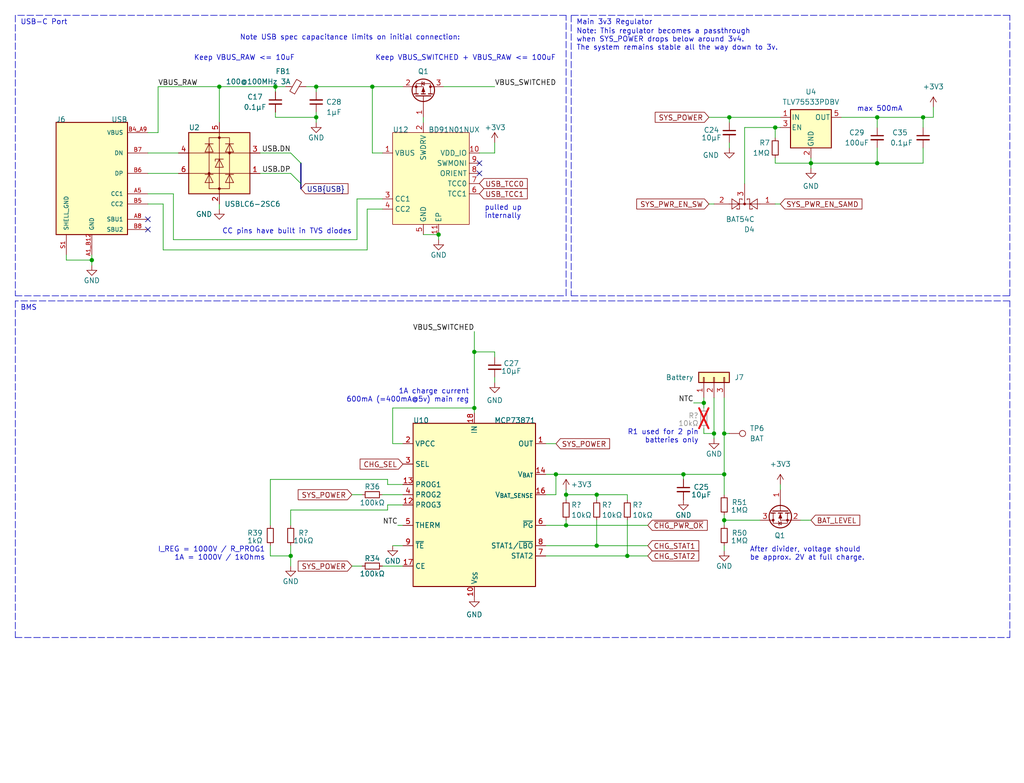
<source format=kicad_sch>
(kicad_sch (version 20230121) (generator eeschema)
  (paper "User" 254.991 194.996)
  (title_block (title "TANGARA") (date "2023-12-21") (rev "4") (company "made by jacqueline") (comment 1 "SPDX-License-Identifier: CERN-OHL-S-2.0"))
  (lib_symbols
    (symbol "Battery_Management:MCP73871"
      (property "Reference" "U" (at -7.62 24.13 0))
      (property "Value" "MCP73871" (at -15.24 21.59 0))
      (symbol "MCP73871_0_1"
        (rectangle (start -15.24 20.32) (end 15.24 -20.32) (stroke (width 0.254)) (fill (type background)))
      )
      (symbol "MCP73871_1_1"
        (pin power_out line (at 17.78 15.24 180) (length 2.54) (name "OUT") (number "1"))
        (pin power_in line (at 0 -22.86 90) (length 2.54) (name "V_{SS}") (number "10"))
        (pin passive line (at 0 -22.86 90) (length 2.54) hide (name "V_{SS}") (number "11"))
        (pin bidirectional line (at -17.78 0 0) (length 2.54) (name "PROG3") (number "12"))
        (pin bidirectional line (at -17.78 5.08 0) (length 2.54) (name "PROG1") (number "13"))
        (pin power_out line (at 17.78 7.62 180) (length 2.54) (name "V_{BAT}") (number "14"))
        (pin passive line (at 17.78 7.62 180) (length 2.54) hide (name "V_{BAT}") (number "15"))
        (pin input line (at 17.78 2.54 180) (length 2.54) (name "V_{BAT_SENSE}") (number "16"))
        (pin input line (at -17.78 -15.24 0) (length 2.54) (name "CE") (number "17"))
        (pin power_in line (at 0 22.86 270) (length 2.54) (name "IN") (number "18"))
        (pin passive line (at 0 22.86 270) (length 2.54) hide (name "IN") (number "19"))
        (pin input line (at -17.78 15.24 0) (length 2.54) (name "VPCC") (number "2"))
        (pin passive line (at 17.78 15.24 180) (length 2.54) hide (name "OUT") (number "20"))
        (pin passive line (at 0 -22.86 90) (length 2.54) hide (name "V_{SS}") (number "21"))
        (pin input line (at -17.78 10.16 0) (length 2.54) (name "SEL") (number "3"))
        (pin input line (at -17.78 2.54 0) (length 2.54) (name "PROG2") (number "4"))
        (pin bidirectional line (at -17.78 -5.08 0) (length 2.54) (name "THERM") (number "5"))
        (pin open_collector line (at 17.78 -5.08 180) (length 2.54) (name "~{PG}") (number "6"))
        (pin open_collector line (at 17.78 -12.7 180) (length 2.54) (name "STAT2") (number "7"))
        (pin open_collector line (at 17.78 -10.16 180) (length 2.54) (name "STAT1/~{LBO}") (number "8"))
        (pin input line (at -17.78 -10.16 0) (length 2.54) (name "~{TE}") (number "9"))
      )
    )
    (symbol "Connector:TestPoint" (pin_numbers hide) (pin_names (offset 0.762) hide)
      (property "Reference" "TP" (at 0 6.858 0))
      (property "Value" "TestPoint" (at 0 5.08 0))
      (symbol "TestPoint_0_1"
        (circle (center 0 3.302) (radius 0.762))
      )
      (symbol "TestPoint_1_1"
        (pin passive line (at 0 0 90) (length 2.54) (name "1") (number "1"))
      )
    )
    (symbol "Connector_Generic:Conn_01x03" (pin_names (offset 1.016) hide)
      (property "Reference" "J" (at 0 5.08 0))
      (property "Value" "Conn_01x03" (at 0 -5.08 0))
      (symbol "Conn_01x03_1_1"
        (rectangle (start -1.27 -2.413) (end 0 -2.667) (stroke (width 0.1524)))
        (rectangle (start -1.27 0.127) (end 0 -0.127) (stroke (width 0.1524)))
        (rectangle (start -1.27 2.667) (end 0 2.413) (stroke (width 0.1524)))
        (rectangle (start -1.27 3.81) (end 1.27 -3.81) (stroke (width 0.254)) (fill (type background)))
        (pin passive line (at -5.08 2.54 0) (length 3.81) (name "Pin_1") (number "1"))
        (pin passive line (at -5.08 0 0) (length 3.81) (name "Pin_2") (number "2"))
        (pin passive line (at -5.08 -2.54 0) (length 3.81) (name "Pin_3") (number "3"))
      )
    )
    (symbol "Device:C_Small" (pin_numbers hide) (pin_names (offset 0.254) hide)
      (property "Reference" "C" (at 0.254 1.778 0))
      (property "Value" "C_Small" (at 0.254 -2.032 0))
      (symbol "C_Small_0_1"
        (polyline (pts (xy -1.524 -0.508) (xy 1.524 -0.508)) (stroke (width 0.3302)))
        (polyline (pts (xy -1.524 0.508) (xy 1.524 0.508)) (stroke (width 0.3048)))
      )
      (symbol "C_Small_1_1"
        (pin passive line (at 0 2.54 270) (length 2.032) (name "~") (number "1"))
        (pin passive line (at 0 -2.54 90) (length 2.032) (name "~") (number "2"))
      )
    )
    (symbol "Device:Ferrite_Bead_Small" (pin_numbers hide) (pin_names (offset 0))
      (property "Reference" "FB" (at 1.905 1.27 0))
      (property "Value" "Device_Ferrite_Bead_Small" (at 1.905 -1.27 0))
      (symbol "Ferrite_Bead_Small_0_1"
        (polyline (pts (xy 0 -1.27) (xy 0 -0.7874)))
        (polyline (pts (xy 0 0.889) (xy 0 1.2954)))
        (polyline (pts (xy -1.8288 0.2794) (xy -1.1176 1.4986) (xy 1.8288 -0.2032) (xy 1.1176 -1.4224) (xy -1.8288 0.2794)))
      )
      (symbol "Ferrite_Bead_Small_1_1"
        (pin passive line (at 0 2.54 270) (length 1.27) (name "~") (number "1"))
        (pin passive line (at 0 -2.54 90) (length 1.27) (name "~") (number "2"))
      )
    )
    (symbol "Device:Q_NMOS_GSD" (pin_names (offset 0) hide)
      (property "Reference" "Q" (at 5.08 1.27 0))
      (property "Value" "Q_NMOS_GSD" (at 5.08 -1.27 0))
      (symbol "Q_NMOS_GSD_0_1"
        (polyline (pts (xy 0.254 0) (xy -2.54 0)))
        (polyline (pts (xy 0.254 1.905) (xy 0.254 -1.905)) (stroke (width 0.254)))
        (polyline (pts (xy 0.762 -1.27) (xy 0.762 -2.286)) (stroke (width 0.254)))
        (polyline (pts (xy 0.762 0.508) (xy 0.762 -0.508)) (stroke (width 0.254)))
        (polyline (pts (xy 0.762 2.286) (xy 0.762 1.27)) (stroke (width 0.254)))
        (polyline (pts (xy 2.54 2.54) (xy 2.54 1.778)))
        (polyline (pts (xy 2.54 -2.54) (xy 2.54 0) (xy 0.762 0)))
        (polyline (pts (xy 0.762 -1.778) (xy 3.302 -1.778) (xy 3.302 1.778) (xy 0.762 1.778)))
        (polyline (pts (xy 1.016 0) (xy 2.032 0.381) (xy 2.032 -0.381) (xy 1.016 0)) (fill (type outline)))
        (polyline (pts (xy 2.794 0.508) (xy 2.921 0.381) (xy 3.683 0.381) (xy 3.81 0.254)))
        (polyline (pts (xy 3.302 0.381) (xy 2.921 -0.254) (xy 3.683 -0.254) (xy 3.302 0.381)))
        (circle (center 1.651 0) (radius 2.794) (stroke (width 0.254)))
        (circle (center 2.54 -1.778) (radius 0.254) (fill (type outline)))
        (circle (center 2.54 1.778) (radius 0.254) (fill (type outline)))
      )
      (symbol "Q_NMOS_GSD_1_1"
        (pin input line (at -5.08 0 0) (length 2.54) (name "G") (number "1"))
        (pin passive line (at 2.54 -5.08 90) (length 2.54) (name "S") (number "2"))
        (pin passive line (at 2.54 5.08 270) (length 2.54) (name "D") (number "3"))
      )
    )
    (symbol "Device:Q_PMOS_GSD" (pin_names (offset 0) hide)
      (property "Reference" "Q" (at 5.08 1.27 0))
      (property "Value" "Q_PMOS_GSD" (at 5.08 -1.27 0))
      (symbol "Q_PMOS_GSD_0_1"
        (polyline (pts (xy 0.254 0) (xy -2.54 0)))
        (polyline (pts (xy 0.254 1.905) (xy 0.254 -1.905)) (stroke (width 0.254)))
        (polyline (pts (xy 0.762 -1.27) (xy 0.762 -2.286)) (stroke (width 0.254)))
        (polyline (pts (xy 0.762 0.508) (xy 0.762 -0.508)) (stroke (width 0.254)))
        (polyline (pts (xy 0.762 2.286) (xy 0.762 1.27)) (stroke (width 0.254)))
        (polyline (pts (xy 2.54 2.54) (xy 2.54 1.778)))
        (polyline (pts (xy 2.54 -2.54) (xy 2.54 0) (xy 0.762 0)))
        (polyline (pts (xy 0.762 1.778) (xy 3.302 1.778) (xy 3.302 -1.778) (xy 0.762 -1.778)))
        (polyline (pts (xy 2.286 0) (xy 1.27 0.381) (xy 1.27 -0.381) (xy 2.286 0)) (fill (type outline)))
        (polyline (pts (xy 2.794 -0.508) (xy 2.921 -0.381) (xy 3.683 -0.381) (xy 3.81 -0.254)))
        (polyline (pts (xy 3.302 -0.381) (xy 2.921 0.254) (xy 3.683 0.254) (xy 3.302 -0.381)))
        (circle (center 1.651 0) (radius 2.794) (stroke (width 0.254)))
        (circle (center 2.54 -1.778) (radius 0.254) (fill (type outline)))
        (circle (center 2.54 1.778) (radius 0.254) (fill (type outline)))
      )
      (symbol "Q_PMOS_GSD_1_1"
        (pin input line (at -5.08 0 0) (length 2.54) (name "G") (number "1"))
        (pin passive line (at 2.54 -5.08 90) (length 2.54) (name "S") (number "2"))
        (pin passive line (at 2.54 5.08 270) (length 2.54) (name "D") (number "3"))
      )
    )
    (symbol "Device:R_Small" (pin_numbers hide) (pin_names (offset 0.254) hide)
      (property "Reference" "R" (at 0.762 0.508 0))
      (property "Value" "R_Small" (at 0.762 -1.016 0))
      (symbol "R_Small_0_1"
        (rectangle (start -0.762 1.778) (end 0.762 -1.778) (stroke (width 0.2032)))
      )
      (symbol "R_Small_1_1"
        (pin passive line (at 0 2.54 270) (length 0.762) (name "~") (number "1"))
        (pin passive line (at 0 -2.54 90) (length 0.762) (name "~") (number "2"))
      )
    )
    (symbol "Diode:BAT54C" (pin_names (offset 1.016))
      (property "Reference" "D" (at 0.635 -3.81 0))
      (property "Value" "BAT54C" (at -6.35 3.175 0))
      (symbol "BAT54C_0_1"
        (polyline (pts (xy -1.905 0) (xy 1.905 0)))
        (polyline (pts (xy -1.905 1.27) (xy -1.905 1.016)))
        (polyline (pts (xy -1.27 -1.27) (xy -0.635 -1.27)))
        (polyline (pts (xy -1.27 0) (xy -3.81 0)))
        (polyline (pts (xy -1.27 1.27) (xy -1.905 1.27)))
        (polyline (pts (xy -1.27 1.27) (xy -1.27 -1.27)))
        (polyline (pts (xy -0.635 -1.27) (xy -0.635 -1.016)))
        (polyline (pts (xy 0.635 -1.27) (xy 0.635 -1.016)))
        (polyline (pts (xy 1.27 -1.27) (xy 0.635 -1.27)))
        (polyline (pts (xy 1.27 1.27) (xy 1.27 -1.27)))
        (polyline (pts (xy 1.27 1.27) (xy 1.905 1.27)))
        (polyline (pts (xy 1.905 1.27) (xy 1.905 1.016)))
        (polyline (pts (xy 3.81 0) (xy 1.27 0)))
        (polyline (pts (xy -3.175 -1.27) (xy -3.175 1.27) (xy -1.27 0) (xy -3.175 -1.27)))
        (polyline (pts (xy 3.175 -1.27) (xy 3.175 1.27) (xy 1.27 0) (xy 3.175 -1.27)))
        (circle (center 0 0) (radius 0.254) (fill (type outline)))
      )
      (symbol "BAT54C_1_1"
        (pin passive line (at -7.62 0 0) (length 3.81) (name "~") (number "1"))
        (pin passive line (at 7.62 0 180) (length 3.81) (name "~") (number "2"))
        (pin passive line (at 0 -5.08 90) (length 5.08) (name "~") (number "3"))
      )
    )
    (symbol "Power_Protection:USBLC6-2SC6" (pin_names hide)
      (property "Reference" "U2" (at -7.62 8.89 0))
      (property "Value" "USBLC6-2SC6" (at 1.27 -10.16 0))
      (symbol "USBLC6-2SC6_0_1"
        (rectangle (start -7.62 7.62) (end 7.62 -7.62) (stroke (width 0.254)) (fill (type background)))
        (circle (center -2.54 -2.54) (radius 0.254) (fill (type outline)))
        (rectangle (start -2.54 6.35) (end 2.54 -6.35))
        (circle (center 0 -6.35) (radius 0.254) (fill (type outline)))
        (polyline (pts (xy -7.62 -2.54) (xy 7.62 -2.54)))
        (polyline (pts (xy -1.524 -2.794) (xy -3.556 -2.794)))
        (polyline (pts (xy -1.524 4.826) (xy -3.556 4.826)))
        (polyline (pts (xy 0 -7.62) (xy 0 -6.35)))
        (polyline (pts (xy 0 -6.35) (xy 0 1.27)))
        (polyline (pts (xy 0 1.27) (xy 0 6.35)))
        (polyline (pts (xy 0 6.35) (xy 0 7.62)))
        (polyline (pts (xy 1.524 -2.794) (xy 3.556 -2.794)))
        (polyline (pts (xy 1.524 4.826) (xy 3.556 4.826)))
        (polyline (pts (xy 7.62 2.54) (xy -7.62 2.54)))
        (polyline (pts (xy -3.556 -4.826) (xy -1.524 -4.826) (xy -2.54 -2.794) (xy -3.556 -4.826)))
        (polyline (pts (xy -3.556 2.794) (xy -1.524 2.794) (xy -2.54 4.826) (xy -3.556 2.794)))
        (polyline (pts (xy -1.016 -1.016) (xy 1.016 -1.016) (xy 0 1.016) (xy -1.016 -1.016)))
        (polyline (pts (xy 1.016 1.016) (xy 0.762 1.016) (xy -1.016 1.016) (xy -1.016 0.508)))
        (polyline (pts (xy 3.556 -4.826) (xy 1.524 -4.826) (xy 2.54 -2.794) (xy 3.556 -4.826)))
        (polyline (pts (xy 3.556 2.794) (xy 1.524 2.794) (xy 2.54 4.826) (xy 3.556 2.794)))
        (circle (center 0 6.35) (radius 0.254) (fill (type outline)))
        (circle (center 2.54 2.54) (radius 0.254) (fill (type outline)))
      )
      (symbol "USBLC6-2SC6_1_1"
        (pin passive line (at 10.16 -2.54 180) (length 2.54) (name "I/O1") (number "1"))
        (pin passive line (at 0 -10.16 90) (length 2.54) (name "GND") (number "2"))
        (pin passive line (at 10.16 2.54 180) (length 2.54) (name "I/O2") (number "3"))
        (pin passive line (at -10.16 2.54 0) (length 2.54) (name "I/O2") (number "4"))
        (pin passive line (at 0 10.16 270) (length 2.54) (name "VBUS") (number "5"))
        (pin passive line (at -10.16 -2.54 0) (length 2.54) (name "I/O1") (number "6"))
      )
    )
    (symbol "Regulator_Linear:TLV75533PDBV" (pin_names (offset 0.254))
      (property "Reference" "U" (at -3.81 5.715 0))
      (property "Value" "TLV75533PDBV" (at 0 5.715 0))
      (symbol "TLV75533PDBV_0_1"
        (rectangle (start -5.08 4.445) (end 5.08 -5.08) (stroke (width 0.254)) (fill (type background)))
      )
      (symbol "TLV75533PDBV_1_1"
        (pin power_in line (at -7.62 2.54 0) (length 2.54) (name "IN") (number "1"))
        (pin power_in line (at 0 -7.62 90) (length 2.54) (name "GND") (number "2"))
        (pin input line (at -7.62 0 0) (length 2.54) (name "EN") (number "3"))
        (pin no_connect line (at 5.08 0 180) (length 2.54) hide (name "NC") (number "4"))
        (pin power_out line (at 7.62 2.54 180) (length 2.54) (name "OUT") (number "5"))
      )
    )
    (symbol "power:+3V3" (power) (pin_names (offset 0))
      (property "Value" "+3V3" (at 0 3.556 0))
      (symbol "+3V3_0_1"
        (polyline (pts (xy -0.762 1.27) (xy 0 2.54)))
        (polyline (pts (xy 0 0) (xy 0 2.54)))
        (polyline (pts (xy 0 2.54) (xy 0.762 1.27)))
      )
      (symbol "+3V3_1_1"
        (pin power_in line (at 0 0 90) (length 0) hide (name "+3V3") (number "1"))
      )
    )
    (symbol "power:GND" (power) (pin_names (offset 0))
      (property "Value" "GND" (at 0 -3.81 0))
      (symbol "GND_0_1"
        (polyline (pts (xy 0 0) (xy 0 -1.27) (xy 1.27 -1.27) (xy 0 -2.54) (xy -1.27 -1.27) (xy 0 -1.27)))
      )
      (symbol "GND_1_1"
        (pin power_in line (at 0 0 270) (length 0) hide (name "GND") (number "1"))
      )
    )
    (symbol "symbols:BD91N01NUX"
      (property "Reference" "U" (at 0 13.97 0))
      (property "Value" "BD91N01NUX" (at 5.08 16.51 0))
      (symbol "BD91N01NUX_0_1"
        (rectangle (start -12.7 12.7) (end 6.35 -10.16) (fill (type background)))
      )
      (symbol "BD91N01NUX_1_1"
        (pin power_in line (at -15.24 7.62 0) (length 2.54) (name "VBUS") (number "1"))
        (pin power_in line (at 8.89 7.62 180) (length 2.54) (name "VDD_IO") (number "10"))
        (pin power_in line (at -1.27 -12.7 90) (length 2.54) (name "EP") (number "11"))
        (pin output line (at -5.08 15.24 270) (length 2.54) (name "SWDRV") (number "2"))
        (pin input line (at -15.24 -3.81 0) (length 2.54) (name "CC1") (number "3"))
        (pin input line (at -15.24 -6.35 0) (length 2.54) (name "CC2") (number "4"))
        (pin power_in line (at -5.08 -12.7 90) (length 2.54) (name "GND") (number "5"))
        (pin output line (at 8.89 -2.54 180) (length 2.54) (name "TCC1") (number "6"))
        (pin output line (at 8.89 0 180) (length 2.54) (name "TCC0") (number "7"))
        (pin output line (at 8.89 2.54 180) (length 2.54) (name "ORIENT") (number "8"))
        (pin output line (at 8.89 5.08 180) (length 2.54) (name "SWMONI") (number "9"))
      )
    )
    (symbol "symbols:USB4510-03-1-A_REVA" (pin_names (offset 1.016))
      (property "Reference" "J" (at -12.7 16.002 0))
      (property "Value" "USB4510-03-1-A_REVA" (at -12.7 -18.542 0))
      (symbol "USB4510-03-1-A_REVA_0_0"
        (rectangle (start -5.08 15.24) (end 12.7 -12.7) (stroke (width 0.254)) (fill (type background)))
        (pin power_in line (at 3.81 -17.78 90) (length 5.08) (name "GND") (number "A1_B12"))
        (pin power_in line (at 17.78 12.7 180) (length 5.08) hide (name "VBUS") (number "A4_B9"))
        (pin bidirectional line (at 17.78 -2.54 180) (length 5.08) (name "CC1") (number "A5"))
        (pin bidirectional line (at 17.78 2.54 180) (length 5.08) hide (name "DP") (number "A6"))
        (pin bidirectional line (at 17.78 7.62 180) (length 5.08) hide (name "DN") (number "A7"))
        (pin bidirectional line (at 17.78 -8.89 180) (length 5.08) (name "SBU1") (number "A8"))
        (pin power_in line (at 3.81 -17.78 90) (length 5.08) hide (name "GND") (number "B1_A12"))
        (pin power_in line (at 17.78 12.7 180) (length 5.08) (name "VBUS") (number "B4_A9"))
        (pin bidirectional line (at 17.78 -5.08 180) (length 5.08) (name "CC2") (number "B5"))
        (pin bidirectional line (at 17.78 2.54 180) (length 5.08) (name "DP") (number "B6"))
        (pin bidirectional line (at 17.78 7.62 180) (length 5.08) (name "DN") (number "B7"))
        (pin bidirectional line (at 17.78 -11.43 180) (length 5.08) (name "SBU2") (number "B8"))
        (pin power_in line (at -2.54 -17.78 90) (length 5.08) (name "SHELL_GND") (number "S1"))
        (pin power_in line (at -2.54 -17.78 90) (length 5.08) hide (name "SHELL_GND") (number "S2"))
        (pin power_in line (at -2.54 -17.78 90) (length 5.08) hide (name "SHELL_GND") (number "S3"))
        (pin power_in line (at -2.54 -17.78 90) (length 5.08) hide (name "SHELL_GND") (number "S4"))
      )
    )
  )
  (junction (at 180.34 129.54))
  (junction (at 180.34 107.95))
  (junction (at 170.18 118.11))
  (junction (at 22.86 64.77))
  (junction (at 68.58 21.59))
  (junction (at 92.71 21.59))
  (junction (at 148.59 135.89))
  (junction (at 138.43 118.11))
  (junction (at 78.74 29.21))
  (junction (at 218.44 29.21))
  (junction (at 118.11 87.63))
  (junction (at 193.04 31.75))
  (junction (at 140.97 130.81))
  (junction (at 78.74 21.59))
  (junction (at 229.87 29.21))
  (junction (at 54.61 21.59))
  (junction (at 181.61 29.21))
  (junction (at 118.11 101.6))
  (junction (at 180.34 118.11))
  (junction (at 177.8 107.95))
  (junction (at 109.22 58.42))
  (junction (at 201.93 40.64))
  (junction (at 140.97 123.19))
  (junction (at 175.26 100.33))
  (junction (at 148.59 123.19))
  (junction (at 156.21 138.43))
  (junction (at 72.39 138.43))
  (junction (at 218.44 40.64))
  (no_connect (at 119.38 40.64))
  (no_connect (at 119.38 43.18))
  (no_connect (at 36.83 57.15))
  (no_connect (at 36.83 54.61))
  (bus_entry (at 72.39 38.1) (size 2.54 2.54))
  (bus_entry (at 72.39 43.18) (size 2.54 2.54))
  (wire (pts (xy 39.37 21.59) (xy 39.37 33.02)))
  (wire (pts (xy 92.71 21.59) (xy 92.71 38.1)))
  (wire (pts (xy 218.44 31.75) (xy 218.44 29.21)))
  (wire (pts (xy 88.9 59.69) (xy 88.9 49.53)))
  (wire (pts (xy 78.74 27.94) (xy 78.74 29.21)))
  (wire (pts (xy 87.63 140.97) (xy 90.17 140.97)))
  (wire (pts (xy 180.34 99.06) (xy 180.34 107.95)))
  (wire (pts (xy 78.74 29.21) (xy 78.74 30.48)))
  (wire (pts (xy 229.87 29.21) (xy 232.41 29.21)))
  (wire (pts (xy 64.77 43.18) (xy 72.39 43.18)))
  (wire (pts (xy 177.8 109.22) (xy 177.8 107.95)))
  (polyline (pts (xy 3.81 74.93) (xy 3.81 158.75)) (stroke (width 0) (type dash)))
  (polyline (pts (xy 251.46 3.81) (xy 142.24 3.81)) (stroke (width 0) (type dash)))
  (wire (pts (xy 201.93 40.64) (xy 218.44 40.64)))
  (wire (pts (xy 135.89 135.89) (xy 148.59 135.89)))
  (wire (pts (xy 97.79 101.6) (xy 118.11 101.6)))
  (wire (pts (xy 193.04 31.75) (xy 193.04 34.29)))
  (wire (pts (xy 229.87 36.83) (xy 229.87 40.64)))
  (wire (pts (xy 175.26 100.33) (xy 175.26 99.06)))
  (wire (pts (xy 97.79 110.49) (xy 97.79 101.6)))
  (wire (pts (xy 140.97 129.54) (xy 140.97 130.81)))
  (wire (pts (xy 96.52 119.38) (xy 96.52 120.65)))
  (wire (pts (xy 64.77 38.1) (xy 72.39 38.1)))
  (wire (pts (xy 72.39 138.43) (xy 72.39 140.97)))
  (wire (pts (xy 22.86 63.5) (xy 22.86 64.77)))
  (wire (pts (xy 88.9 49.53) (xy 95.25 49.53)))
  (wire (pts (xy 199.39 129.54) (xy 201.93 129.54)))
  (wire (pts (xy 100.33 110.49) (xy 97.79 110.49)))
  (wire (pts (xy 180.34 107.95) (xy 180.34 118.11)))
  (wire (pts (xy 193.04 31.75) (xy 194.31 31.75)))
  (wire (pts (xy 156.21 138.43) (xy 161.29 138.43)))
  (wire (pts (xy 78.74 29.21) (xy 68.58 29.21)))
  (wire (pts (xy 193.04 40.64) (xy 193.04 39.37)))
  (bus (pts (xy 74.93 45.72) (xy 74.93 46.99)))
  (wire (pts (xy 72.39 135.89) (xy 72.39 138.43)))
  (wire (pts (xy 68.58 27.94) (xy 68.58 29.21)))
  (wire (pts (xy 54.61 21.59) (xy 68.58 21.59)))
  (wire (pts (xy 36.83 48.26) (xy 43.18 48.26)))
  (wire (pts (xy 110.49 21.59) (xy 123.19 21.59)))
  (wire (pts (xy 92.71 21.59) (xy 100.33 21.59)))
  (wire (pts (xy 135.89 138.43) (xy 156.21 138.43)))
  (wire (pts (xy 91.44 62.23) (xy 91.44 52.07)))
  (wire (pts (xy 40.64 62.23) (xy 91.44 62.23)))
  (wire (pts (xy 181.61 29.21) (xy 194.31 29.21)))
  (wire (pts (xy 177.8 99.06) (xy 177.8 107.95)))
  (wire (pts (xy 36.83 38.1) (xy 44.45 38.1)))
  (wire (pts (xy 209.55 29.21) (xy 218.44 29.21)))
  (wire (pts (xy 105.41 29.21) (xy 105.41 30.48)))
  (wire (pts (xy 175.26 101.6) (xy 175.26 100.33)))
  (wire (pts (xy 181.61 30.48) (xy 181.61 29.21)))
  (wire (pts (xy 140.97 123.19) (xy 148.59 123.19)))
  (polyline (pts (xy 3.81 3.81) (xy 3.81 73.66)) (stroke (width 0) (type dash)))
  (wire (pts (xy 119.38 38.1) (xy 123.19 38.1)))
  (wire (pts (xy 100.33 140.97) (xy 95.25 140.97)))
  (polyline (pts (xy 3.81 73.66) (xy 140.97 73.66)) (stroke (width 0) (type dash)))
  (wire (pts (xy 140.97 124.46) (xy 140.97 123.19)))
  (wire (pts (xy 172.72 100.33) (xy 175.26 100.33)))
  (wire (pts (xy 97.79 135.89) (xy 100.33 135.89)))
  (wire (pts (xy 185.42 31.75) (xy 193.04 31.75)))
  (wire (pts (xy 175.26 106.68) (xy 175.26 107.95)))
  (wire (pts (xy 68.58 21.59) (xy 68.58 22.86)))
  (wire (pts (xy 54.61 21.59) (xy 54.61 30.48)))
  (wire (pts (xy 180.34 135.89) (xy 180.34 137.16)))
  (wire (pts (xy 201.93 40.64) (xy 201.93 39.37)))
  (wire (pts (xy 180.34 118.11) (xy 180.34 123.19)))
  (wire (pts (xy 105.41 58.42) (xy 109.22 58.42)))
  (wire (pts (xy 78.74 22.86) (xy 78.74 21.59)))
  (wire (pts (xy 229.87 29.21) (xy 229.87 31.75)))
  (wire (pts (xy 194.31 50.8) (xy 193.04 50.8)))
  (wire (pts (xy 16.51 63.5) (xy 16.51 64.77)))
  (wire (pts (xy 96.52 127) (xy 72.39 127)))
  (wire (pts (xy 148.59 123.19) (xy 156.21 123.19)))
  (wire (pts (xy 78.74 21.59) (xy 76.2 21.59)))
  (wire (pts (xy 96.52 125.73) (xy 100.33 125.73)))
  (polyline (pts (xy 140.97 73.66) (xy 140.97 3.81)) (stroke (width 0) (type dash)))
  (wire (pts (xy 201.93 41.91) (xy 201.93 40.64)))
  (wire (pts (xy 175.26 107.95) (xy 177.8 107.95)))
  (polyline (pts (xy 3.81 158.75) (xy 251.46 158.75)) (stroke (width 0) (type dash)))
  (wire (pts (xy 140.97 121.92) (xy 140.97 123.19)))
  (polyline (pts (xy 251.46 73.66) (xy 251.46 3.81)) (stroke (width 0) (type dash)))
  (wire (pts (xy 36.83 50.8) (xy 40.64 50.8)))
  (wire (pts (xy 123.19 88.9) (xy 123.19 87.63)))
  (wire (pts (xy 36.83 33.02) (xy 39.37 33.02)))
  (wire (pts (xy 138.43 123.19) (xy 138.43 118.11)))
  (wire (pts (xy 148.59 124.46) (xy 148.59 123.19)))
  (wire (pts (xy 135.89 130.81) (xy 140.97 130.81)))
  (wire (pts (xy 72.39 127) (xy 72.39 130.81)))
  (wire (pts (xy 218.44 36.83) (xy 218.44 40.64)))
  (wire (pts (xy 95.25 123.19) (xy 100.33 123.19)))
  (wire (pts (xy 40.64 50.8) (xy 40.64 62.23)))
  (wire (pts (xy 218.44 29.21) (xy 229.87 29.21)))
  (polyline (pts (xy 142.24 73.66) (xy 251.46 73.66)) (stroke (width 0) (type dash)))
  (wire (pts (xy 123.19 38.1) (xy 123.19 35.56)))
  (wire (pts (xy 78.74 21.59) (xy 92.71 21.59)))
  (wire (pts (xy 181.61 35.56) (xy 181.61 36.83)))
  (wire (pts (xy 123.19 87.63) (xy 118.11 87.63)))
  (wire (pts (xy 118.11 101.6) (xy 118.11 102.87)))
  (wire (pts (xy 43.18 48.26) (xy 43.18 59.69)))
  (wire (pts (xy 170.18 118.11) (xy 180.34 118.11)))
  (wire (pts (xy 180.34 129.54) (xy 180.34 128.27)))
  (wire (pts (xy 232.41 26.67) (xy 232.41 29.21)))
  (wire (pts (xy 176.53 29.21) (xy 181.61 29.21)))
  (wire (pts (xy 148.59 135.89) (xy 161.29 135.89)))
  (wire (pts (xy 135.89 123.19) (xy 138.43 123.19)))
  (wire (pts (xy 67.31 135.89) (xy 67.31 138.43)))
  (wire (pts (xy 138.43 118.11) (xy 170.18 118.11)))
  (wire (pts (xy 180.34 129.54) (xy 189.23 129.54)))
  (wire (pts (xy 96.52 119.38) (xy 67.31 119.38)))
  (polyline (pts (xy 140.97 3.81) (xy 3.81 3.81)) (stroke (width 0) (type dash)))
  (wire (pts (xy 180.34 130.81) (xy 180.34 129.54)))
  (wire (pts (xy 118.11 82.55) (xy 118.11 87.63)))
  (wire (pts (xy 123.19 93.98) (xy 123.19 95.25)))
  (wire (pts (xy 185.42 31.75) (xy 185.42 45.72)))
  (wire (pts (xy 180.34 107.95) (xy 181.61 107.95)))
  (polyline (pts (xy 142.24 3.81) (xy 142.24 73.66)) (stroke (width 0) (type dash)))
  (wire (pts (xy 36.83 43.18) (xy 44.45 43.18)))
  (wire (pts (xy 109.22 58.42) (xy 109.22 59.69)))
  (wire (pts (xy 148.59 129.54) (xy 148.59 135.89)))
  (wire (pts (xy 99.06 130.81) (xy 100.33 130.81)))
  (wire (pts (xy 135.89 110.49) (xy 138.43 110.49)))
  (wire (pts (xy 54.61 50.8) (xy 54.61 52.07)))
  (wire (pts (xy 96.52 127) (xy 96.52 125.73)))
  (wire (pts (xy 22.86 64.77) (xy 22.86 66.04)))
  (bus (pts (xy 74.93 40.64) (xy 74.93 45.72)))
  (polyline (pts (xy 251.46 158.75) (xy 251.46 74.93)) (stroke (width 0) (type dash)))
  (wire (pts (xy 16.51 64.77) (xy 22.86 64.77)))
  (wire (pts (xy 218.44 40.64) (xy 229.87 40.64)))
  (wire (pts (xy 96.52 120.65) (xy 100.33 120.65)))
  (wire (pts (xy 156.21 123.19) (xy 156.21 124.46)))
  (wire (pts (xy 68.58 21.59) (xy 71.12 21.59)))
  (wire (pts (xy 140.97 130.81) (xy 161.29 130.81)))
  (wire (pts (xy 87.63 123.19) (xy 90.17 123.19)))
  (wire (pts (xy 67.31 138.43) (xy 72.39 138.43)))
  (wire (pts (xy 170.18 118.11) (xy 170.18 119.38)))
  (wire (pts (xy 176.53 50.8) (xy 177.8 50.8)))
  (wire (pts (xy 156.21 129.54) (xy 156.21 138.43)))
  (wire (pts (xy 194.31 120.65) (xy 194.31 121.92)))
  (wire (pts (xy 39.37 21.59) (xy 54.61 21.59)))
  (wire (pts (xy 118.11 87.63) (xy 118.11 101.6)))
  (wire (pts (xy 193.04 40.64) (xy 201.93 40.64)))
  (wire (pts (xy 67.31 119.38) (xy 67.31 130.81)))
  (wire (pts (xy 91.44 52.07) (xy 95.25 52.07)))
  (wire (pts (xy 43.18 59.69) (xy 88.9 59.69)))
  (wire (pts (xy 95.25 38.1) (xy 92.71 38.1)))
  (polyline (pts (xy 251.46 74.93) (xy 3.81 74.93)) (stroke (width 0) (type dash)))
  (wire (pts (xy 135.89 118.11) (xy 138.43 118.11)))
  (text "USB-C Port" (at 5.08 6.35 0) (effects (font (size 1.27 1.27)) (justify left bottom)))
  (text "R1 used for 2 pin\nbatteries only" (at 173.99 110.49 0) (effects (font (size 1.27 1.27)) (justify right bottom)))
  (text "max 500mA" (at 213.36 27.94 0) (effects (font (size 1.27 1.27)) (justify left bottom)))
  (text "1A charge current\n600mA (=400mA@5v) main reg" (at 116.84 100.33 0) (effects (font (size 1.27 1.27)) (justify right bottom)))
  (text "BMS" (at 5.08 77.47 0) (effects (font (size 1.27 1.27)) (justify left bottom)))
  (text "pulled up\ninternally" (at 120.65 54.61 0) (effects (font (size 1.27 1.27)) (justify left bottom)))
  (text "CC pins have built in TVS diodes" (at 87.63 58.42 0) (effects (font (size 1.27 1.27)) (justify right bottom)))
  (text "After divider, voltage should\nbe approx. 2V at full charge." (at 186.69 139.7 0) (effects (font (size 1.27 1.27)) (justify left bottom)))
  (text "I_REG = 1000V / R_PROG1\n1A = 1000V / 1kOhms" (at 66.04 139.7 0) (effects (font (size 1.27 1.27)) (justify right bottom)))
  (text "Keep VBUS_RAW <= 10uF" (at 48.26 15.24 0) (effects (font (size 1.27 1.27)) (justify left bottom)))
  (text "Keep VBUS_SWITCHED + VBUS_RAW <= 100uF" (at 138.43 15.24 0) (effects (font (size 1.27 1.27)) (justify right bottom)))
  (text "Note: This regulator becomes a passthrough\nwhen SYS_POWER drops below around 3v4.\nThe system remains stable all the way down to 3v." (at 143.51 12.7 0) (effects (font (size 1.27 1.27)) (justify left bottom)))
  (text "Main 3v3 Regulator" (at 143.51 6.35 0) (effects (font (size 1.27 1.27)) (justify left bottom)))
  (text "Note USB spec capacitance limits on initial connection:" (at 59.69 10.16 0) (effects (font (size 1.27 1.27)) (justify left bottom)))
  (label "NTC" (at 99.06 130.81 180))
  (label "VBUS_RAW" (at 39.37 21.59 0))
  (label "USB.DP" (at 72.39 43.18 180))
  (label "VBUS_SWITCHED" (at 123.19 21.59 0))
  (label "NTC" (at 172.72 100.33 180))
  (label "USB.DN" (at 72.39 38.1 180))
  (label "VBUS_SWITCHED" (at 118.11 82.55 180))
  (global_label "~{CHG_PWR_OK}" (shape input) (at 161.29 130.81 0) (property "Intersheetrefs" "${INTERSHEET_REFS}" (effects hide)))
  (global_label "SYS_POWER" (shape input) (at 176.53 29.21 180) (property "Intersheetrefs" "${INTERSHEET_REFS}" (effects hide)))
  (global_label "SYS_PWR_EN_SAMD" (shape input) (at 194.31 50.8 0) (property "Intersheetrefs" "${INTERSHEET_REFS}" (effects hide)))
  (global_label "SYS_POWER" (shape input) (at 87.63 140.97 180) (property "Intersheetrefs" "${INTERSHEET_REFS}" (effects hide)))
  (global_label "CHG_STAT2" (shape input) (at 161.29 138.43 0) (property "Intersheetrefs" "${INTERSHEET_REFS}" (effects hide)))
  (global_label "USB_TCC0" (shape input) (at 119.38 45.72 0) (property "Intersheetrefs" "${INTERSHEET_REFS}" (effects hide)))
  (global_label "SYS_POWER" (shape input) (at 87.63 123.19 180) (property "Intersheetrefs" "${INTERSHEET_REFS}" (effects hide)))
  (global_label "USB_TCC1" (shape input) (at 119.38 48.26 0) (property "Intersheetrefs" "${INTERSHEET_REFS}" (effects hide)))
  (global_label "SYS_PWR_EN_SW" (shape input) (at 176.53 50.8 180) (property "Intersheetrefs" "${INTERSHEET_REFS}" (effects hide)))
  (global_label "CHG_SEL" (shape input) (at 100.33 115.57 180) (property "Intersheetrefs" "${INTERSHEET_REFS}" (effects hide)))
  (global_label "CHG_STAT1" (shape input) (at 161.29 135.89 0) (property "Intersheetrefs" "${INTERSHEET_REFS}" (effects hide)))
  (global_label "BAT_LEVEL" (shape input) (at 201.93 129.54 0) (property "Intersheetrefs" "${INTERSHEET_REFS}" (effects hide)))
  (global_label "SYS_POWER" (shape input) (at 138.43 110.49 0) (property "Intersheetrefs" "${INTERSHEET_REFS}" (effects hide)))
  (global_label "USB{USB}" (shape input) (at 74.93 46.99 0) (property "Intersheetrefs" "${INTERSHEET_REFS}" (effects hide)))
  (symbol (lib_id "Device:R_Small") (at 180.34 133.35 0) (unit 1)
    (property "Reference" "R50" (at 184.15 132.715 0))
    (property "Value" "1MΩ" (at 184.15 134.62 0))
    (property "Footprint" "Resistor_SMD:R_0603_1608Metric" (effects hide))
    (property "MPN" "AC0603FR-131ML" (effects hide))
  )
  (symbol (lib_id "symbols:BD91N01NUX") (at 110.49 45.72 0) (unit 1)
    (property "Reference" "U12" (at 97.79 33.02 0) (effects (justify left bottom)))
    (property "Value" "BD91N01NUX" (at 106.68 33.02 0) (effects (justify left bottom)))
    (property "Footprint" "footprints:BD91N01NUX-E2" (effects hide))
    (property "MPN" "BD91N01NUX" (effects hide))
  )
  (symbol (lib_id "Power_Protection:USBLC6-2SC6") (at 54.61 40.64 0) (unit 1)
    (property "Reference" "U2" (at 46.99 31.75 0) (effects (justify left)))
    (property "Value" "USBLC6-2SC6" (at 55.88 50.8 0) (effects (justify left)))
    (property "Footprint" "Package_TO_SOT_SMD:SOT-23-6" (effects hide))
    (property "Datasheet" "https://www.st.com/resource/en/datasheet/usblc6-2.pdf" (effects hide))
    (property "MPN" "USBLC6-2SC6" (effects hide))
  )
  (symbol (lib_id "power:GND") (at 78.74 30.48 0) (unit 1)
    (property "Reference" "#PWR0202" (effects hide))
    (property "Value" "GND" (at 78.74 34.29 0))
  )
  (symbol (lib_id "power:+3V3") (at 140.97 121.92 0) (unit 1)
    (property "Reference" "#PWR0124" (effects hide))
    (property "Value" "+3V3" (at 144.78 120.65 0))
    (instances (project "tangara-mainboard" (path "" (reference "#PWR0124") (unit 1)) (path "" (reference "#PWR04") (unit 1))))
  )
  (symbol (lib_id "power:+3V3") (at 232.41 26.67 0) (unit 1)
    (property "Reference" "#PWR0217" (effects hide))
    (property "Value" "+3V3" (at 232.41 21.59 0))
  )
  (symbol (lib_id "Device:R_Small") (at 72.39 133.35 0) (unit 1)
    (property "Reference" "R?" (at 75.565 132.715 0))
    (property "Value" "10kΩ" (at 75.565 134.62 0))
    (property "Footprint" "Resistor_SMD:R_0603_1608Metric" (effects hide))
    (property "MPN" "AC0603JR-0710KL" (effects hide))
    (instances (project "tangara-mainboard" (path "" (reference "R?") (unit 1)) (path "" (reference "R23") (unit 1)) (path "" (reference "R35") (unit 1))))
  )
  (symbol (lib_id "Device:C_Small") (at 181.61 33.02 0) (unit 1)
    (property "Reference" "C24" (at 177.165 32.385 0))
    (property "Value" "10μF" (at 177.165 34.29 0))
    (property "Footprint" "Capacitor_SMD:C_0805_2012Metric" (effects hide))
    (property "MPN" "GRM21BR61C106KE15K" (effects hide))
  )
  (symbol (lib_id "Device:R_Small") (at 92.71 140.97 90) (unit 1)
    (property "Reference" "R34" (at 92.71 139.065 90))
    (property "Value" "100kΩ" (at 92.71 142.875 90))
    (property "Footprint" "Resistor_SMD:R_0603_1608Metric" (effects hide))
    (property "MPN" "RC0603JR-10100KL" (effects hide))
  )
  (symbol (lib_id "Device:Ferrite_Bead_Small") (at 73.66 21.59 90) (unit 1)
    (property "Reference" "FB1" (at 72.39 17.78 90) (effects (justify left)))
    (property "Value" "100@100MHz 3A" (at 72.39 20.32 90) (effects (justify left)))
    (property "Footprint" "Inductor_SMD:L_0603_1608Metric" (effects hide))
    (property "MPN" "BLM18KG101TN1D" (effects hide))
    (instances (project "tangara-mainboard" (path "" (reference "FB1") (unit 1))) (project "reform2-motherboard" (path "" (reference "FB17") (unit 1))))
  )
  (symbol (lib_id "power:GND") (at 177.8 109.22 0) (unit 1)
    (property "Reference" "#PWR0213" (effects hide))
    (property "Value" "GND" (at 177.8 113.03 0))
  )
  (symbol (lib_id "Device:C_Small") (at 170.18 121.92 0) (mirror y) (unit 1)
    (property "Reference" "C25" (at 174.625 121.285 0))
    (property "Value" "10μF" (at 174.625 123.19 0))
    (property "Footprint" "Capacitor_SMD:C_0805_2012Metric" (effects hide))
    (property "MPN" "GRM21BR61C106KE15K" (effects hide))
  )
  (symbol (lib_id "Battery_Management:MCP73871") (at 118.11 125.73 0) (unit 1)
    (property "Reference" "U10" (at 102.87 105.41 0) (effects (justify left bottom)))
    (property "Value" "MCP73871" (at 133.35 105.41 0) (effects (justify right bottom)))
    (property "Footprint" "footprints:QFN-20-1EP_4x4mm_P0.5mm_EP2.5x2.5mm_ThermalVias2" (effects hide))
    (property "Datasheet" "http://www.mouser.com/ds/2/268/22090a-52174.pdf" (effects hide))
    (property "MPN" "MCP73871-2CCI/ML" (effects hide))
  )
  (symbol (lib_id "power:GND") (at 54.61 52.07 0) (unit 1)
    (property "Reference" "#PWR0203" (effects hide))
    (property "Value" "GND" (at 50.8 53.34 0))
  )
  (symbol (lib_id "power:GND") (at 22.86 66.04 0) (unit 1)
    (property "Reference" "#PWR0201" (effects hide))
    (property "Value" "GND" (at 22.86 69.85 0))
  )
  (symbol (lib_id "power:GND") (at 97.79 135.89 0) (unit 1)
    (property "Reference" "#PWR0208" (effects hide))
    (property "Value" "GND" (at 97.79 139.7 0))
  )
  (symbol (lib_id "Device:R_Small") (at 180.34 125.73 0) (unit 1)
    (property "Reference" "R51" (at 184.15 125.095 0))
    (property "Value" "1MΩ" (at 184.15 127 0))
    (property "Footprint" "Resistor_SMD:R_0603_1608Metric" (effects hide))
    (property "MPN" "AC0603FR-131ML" (effects hide))
  )
  (symbol (lib_id "Device:R_Small") (at 193.04 36.83 180) (unit 1)
    (property "Reference" "R7" (at 191.77 35.56 0) (effects (justify left)))
    (property "Value" "1MΩ" (at 191.77 38.1 0) (effects (justify left)))
    (property "Footprint" "Resistor_SMD:R_0603_1608Metric" (effects hide))
    (property "MPN" "AC0603FR-131ML" (effects hide))
  )
  (symbol (lib_id "Device:R_Small") (at 67.31 133.35 0) (mirror y) (unit 1)
    (property "Reference" "R39" (at 63.5 132.715 0))
    (property "Value" "1kΩ" (at 63.5 134.62 0))
    (property "Footprint" "Resistor_SMD:R_0603_1608Metric" (effects hide))
    (property "MPN" "ERJ-3RBD1001V" (effects hide))
  )
  (symbol (lib_id "Device:C_Small") (at 123.19 91.44 0) (mirror y) (unit 1)
    (property "Reference" "C27" (at 127.3175 90.4875 0))
    (property "Value" "10μF" (at 127.3175 92.3925 0))
    (property "Footprint" "Capacitor_SMD:C_0805_2012Metric" (effects hide))
    (property "MPN" "GRM21BR61C106KE15K" (effects hide))
  )
  (symbol (lib_id "Device:R_Small") (at 92.71 123.19 90) (unit 1)
    (property "Reference" "R36" (at 92.71 121.92 90) (effects (justify top)))
    (property "Value" "100kΩ" (at 92.71 124.46 90) (effects (justify bottom)))
    (property "Footprint" "Resistor_SMD:R_0603_1608Metric" (effects hide))
    (property "MPN" "RC0603JR-10100KL" (effects hide))
  )
  (symbol (lib_id "Connector:TestPoint") (at 181.61 107.95 270) (mirror x) (unit 1)
    (property "Reference" "TP6" (at 186.69 106.68 90) (effects (justify left)))
    (property "Value" "BAT" (at 186.69 109.22 90) (effects (justify left)))
    (property "Footprint" "TestPoint:TestPoint_Pad_D1.0mm" (effects hide))
    (instances (project "tangara-mainboard" (path "" (reference "TP6") (unit 1)) (path "" (reference "TP7") (unit 1))))
  )
  (symbol (lib_id "Regulator_Linear:TLV75533PDBV") (at 201.93 31.75 0) (unit 1)
    (property "Reference" "U4" (at 201.93 22.86 0))
    (property "Value" "TLV75533PDBV" (at 201.93 25.4 0))
    (property "Footprint" "Package_TO_SOT_SMD:SOT-23-5" (effects hide))
    (property "Datasheet" "http://www.ti.com/lit/ds/symlink/tlv755p.pdf" (effects hide))
    (property "MPN" "TLV75533PDBV" (effects hide))
  )
  (symbol (lib_id "Device:C_Small") (at 229.87 34.29 0) (mirror y) (unit 1)
    (property "Reference" "C35" (at 226.06 33.02 0) (effects (justify left)))
    (property "Value" "0.1μF" (at 227.33 35.5662 0) (effects (justify left)))
    (property "Footprint" "Capacitor_SMD:C_0603_1608Metric" (effects hide))
    (property "MPN" "GCM188R71C104KA37J" (effects hide))
    (instances (project "tangara-mainboard" (path "" (reference "C35") (unit 1)) (path "" (reference "C22") (unit 1))))
  )
  (symbol (lib_id "power:+3V3") (at 123.19 35.56 0) (unit 1)
    (property "Reference" "#PWR0205" (effects hide))
    (property "Value" "+3V3" (at 120.65 31.75 0) (effects (justify left)))
  )
  (symbol (lib_id "power:GND") (at 109.22 59.69 0) (unit 1)
    (property "Reference" "#PWR0204" (effects hide))
    (property "Value" "GND" (at 109.22 63.5 0))
  )
  (symbol (lib_id "power:GND") (at 181.61 36.83 0) (unit 1)
    (property "Reference" "#PWR029" (effects hide))
    (property "Value" "GND" (at 179.07 39.37 0) (effects (justify right bottom)))
  )
  (symbol (lib_id "Device:Q_PMOS_GSD") (at 105.41 24.13 270) (mirror x) (unit 1)
    (property "Reference" "Q1" (at 105.41 17.78 90))
    (property "Value" "PMV48XPA2R" (effects hide))
    (property "Footprint" "Package_TO_SOT_SMD:TSOT-23" (effects hide))
    (property "MPN" "PMV48XPA2R" (effects hide))
  )
  (symbol (lib_id "Device:R_Small") (at 148.59 127 0) (unit 1)
    (property "Reference" "R?" (at 149.86 125.73 0) (effects (justify left)))
    (property "Value" "10kΩ" (at 149.86 128.27 0) (effects (justify left)))
    (property "Footprint" "Resistor_SMD:R_0603_1608Metric" (effects hide))
    (property "MPN" "AC0603JR-0710KL" (effects hide))
    (instances (project "tangara-mainboard" (path "" (reference "R?") (unit 1)) (path "" (reference "R23") (unit 1)) (path "" (reference "R37") (unit 1))))
  )
  (symbol (lib_id "power:GND") (at 72.39 140.97 0) (unit 1)
    (property "Reference" "#PWR0206" (effects hide))
    (property "Value" "GND" (at 72.39 144.78 0))
  )
  (symbol (lib_id "power:GND") (at 170.18 124.46 0) (mirror y) (unit 1)
    (property "Reference" "#PWR0211" (effects hide))
    (property "Value" "GND" (at 170.18 128.27 0))
  )
  (symbol (lib_id "Device:C_Small") (at 68.58 25.4 0) (unit 1)
    (property "Reference" "C17" (at 63.5 24.13 0))
    (property "Value" "0.1μF" (at 63.5 26.67 0))
    (property "Footprint" "Capacitor_SMD:C_0603_1608Metric" (effects hide))
    (property "MPN" "GCM188R71C104KA37J" (effects hide))
    (instances (project "tangara-mainboard" (path "" (reference "C17") (unit 1)) (path "" (reference "C37") (unit 1))) (project "audio" (path "" (reference "C14") (unit 1))))
  )
  (symbol (lib_id "power:GND") (at 201.93 41.91 0) (unit 1)
    (property "Reference" "#PWR01" (effects hide))
    (property "Value" "GND" (at 201.93 46.355 0))
  )
  (symbol (lib_id "Device:R_Small") (at 175.26 104.14 0) (mirror y) (unit 1) (dnp yes)
    (property "Reference" "R?" (at 173.99 103.505 0) (effects (justify left)))
    (property "Value" "10kΩ" (at 173.99 105.41 0) (effects (justify left)))
    (property "Footprint" "Resistor_SMD:R_0603_1608Metric" (effects hide))
    (property "MPN" "AC0603JR-0710KL" (effects hide))
    (instances (project "tangara-mainboard" (path "" (reference "R?") (unit 1)) (path "" (reference "R23") (unit 1)) (path "" (reference "R1") (unit 1))))
  )
  (symbol (lib_id "Device:C_Small") (at 78.74 25.4 180) (unit 1)
    (property "Reference" "C28" (at 85.09 25.4 0) (effects (justify left)))
    (property "Value" "1μF" (at 85.09 27.94 0) (effects (justify left)))
    (property "Footprint" "Capacitor_SMD:C_0805_2012Metric" (effects hide))
    (property "MPN" "GRM216R61C105KA88D" (effects hide))
  )
  (symbol (lib_id "power:+3V3") (at 194.31 120.65 0) (unit 1)
    (property "Reference" "#PWR026" (effects hide))
    (property "Value" "+3V3" (at 194.31 115.57 0))
  )
  (symbol (lib_id "Device:Q_NMOS_GSD") (at 194.31 127 90) (mirror x) (unit 1)
    (property "Reference" "Q1" (at 195.58 133.35 90) (effects (justify left)))
    (property "Value" "PJC138K" (effects hide))
    (property "Footprint" "Package_TO_SOT_SMD:SOT-323_SC-70" (effects hide))
    (property "MPN" "PJC138K_R1_00001" (effects hide))
    (instances (project "gay-ipod-faceplate" (path "" (reference "Q1") (unit 1))) (project "tangara-mainboard" (path "" (reference "Q3") (unit 1)) (path "" (reference "Q2") (unit 1))))
  )
  (symbol (lib_id "Diode:BAT54C") (at 185.42 50.8 180) (unit 1)
    (property "Reference" "D4" (at 187.96 57.15 0) (effects (justify left)))
    (property "Value" "BAT54C" (at 187.96 54.61 0) (effects (justify left)))
    (property "Footprint" "Package_TO_SOT_SMD:SOT-23" (effects hide))
    (property "Datasheet" "http://www.diodes.com/_files/datasheets/ds11005.pdf" (effects hide))
  )
  (symbol (lib_id "Device:C_Small") (at 218.44 34.29 0) (unit 1)
    (property "Reference" "C29" (at 213.36 33.02 0))
    (property "Value" "100uF" (at 213.36 35.56 0))
    (property "Footprint" "Capacitor_SMD:C_1210_3225Metric" (effects hide))
    (property "MPN" "C1210C107M4PACTU" (effects hide))
  )
  (symbol (lib_id "power:GND") (at 180.34 137.16 0) (unit 1)
    (property "Reference" "#PWR0214" (effects hide))
    (property "Value" "GND" (at 180.34 140.97 0))
  )
  (symbol (lib_id "symbols:USB4510-03-1-A_REVA") (at 19.05 45.72 0) (unit 1)
    (property "Reference" "J6" (at 13.97 30.48 0) (effects (justify left bottom)))
    (property "Value" "USB" (at 31.75 30.48 0) (effects (justify right bottom)))
    (property "Footprint" "footprints:GCT_USB4510-03-1-A_REVA" (effects hide))
    (property "Datasheet" "https://www.usb.org/sites/default/files/documents/usb_type-c.zip" (effects hide))
    (property "MPN" "USB4510-03-1-A" (effects hide))
    (property "PARTREV" "A" (effects hide))
    (property "STANDARD" "Manufacturer Recommendations" (effects hide))
    (property "MAXIMUM_PACKAGE_HEIGHT" "2.46mm" (effects hide))
    (property "MANUFACTURER" "GCT" (effects hide))
  )
  (symbol (lib_id "power:GND") (at 118.11 148.59 0) (unit 1)
    (property "Reference" "#PWR0210" (effects hide))
    (property "Value" "GND" (at 118.11 153.035 0))
  )
  (symbol (lib_id "power:GND") (at 123.19 95.25 0) (mirror y) (unit 1)
    (property "Reference" "#PWR0209" (effects hide))
    (property "Value" "GND" (at 123.19 99.695 0))
  )
  (symbol (lib_id "Device:R_Small") (at 156.21 127 0) (unit 1)
    (property "Reference" "R?" (at 157.48 125.73 0) (effects (justify left)))
    (property "Value" "10kΩ" (at 157.48 128.27 0) (effects (justify left)))
    (property "Footprint" "Resistor_SMD:R_0603_1608Metric" (effects hide))
    (property "MPN" "AC0603JR-0710KL" (effects hide))
    (instances (project "tangara-mainboard" (path "" (reference "R?") (unit 1)) (path "" (reference "R23") (unit 1)) (path "" (reference "R38") (unit 1))))
  )
  (symbol (lib_id "Device:R_Small") (at 140.97 127 0) (unit 1)
    (property "Reference" "R?" (at 142.24 125.73 0) (effects (justify left)))
    (property "Value" "10kΩ" (at 142.24 128.27 0) (effects (justify left)))
    (property "Footprint" "Resistor_SMD:R_0603_1608Metric" (effects hide))
    (property "MPN" "AC0603JR-0710KL" (effects hide))
    (instances (project "tangara-mainboard" (path "" (reference "R?") (unit 1)) (path "" (reference "R23") (unit 1)) (path "" (reference "R41") (unit 1))))
  )
  (symbol (lib_id "Connector_Generic:Conn_01x03") (at 177.8 93.98 90) (unit 1)
    (property "Reference" "J7" (at 182.88 93.98 90) (effects (justify right)))
    (property "Value" "Battery" (at 172.72 93.98 90) (effects (justify left)))
    (property "Footprint" "Connector_JST:JST_PH_S3B-PH-K_1x03_P2.00mm_Horizontal" (effects hide))
    (property "MPN" "S3B-PH-K-S(LF)(SN)" (effects hide))
  )
)
</source>
